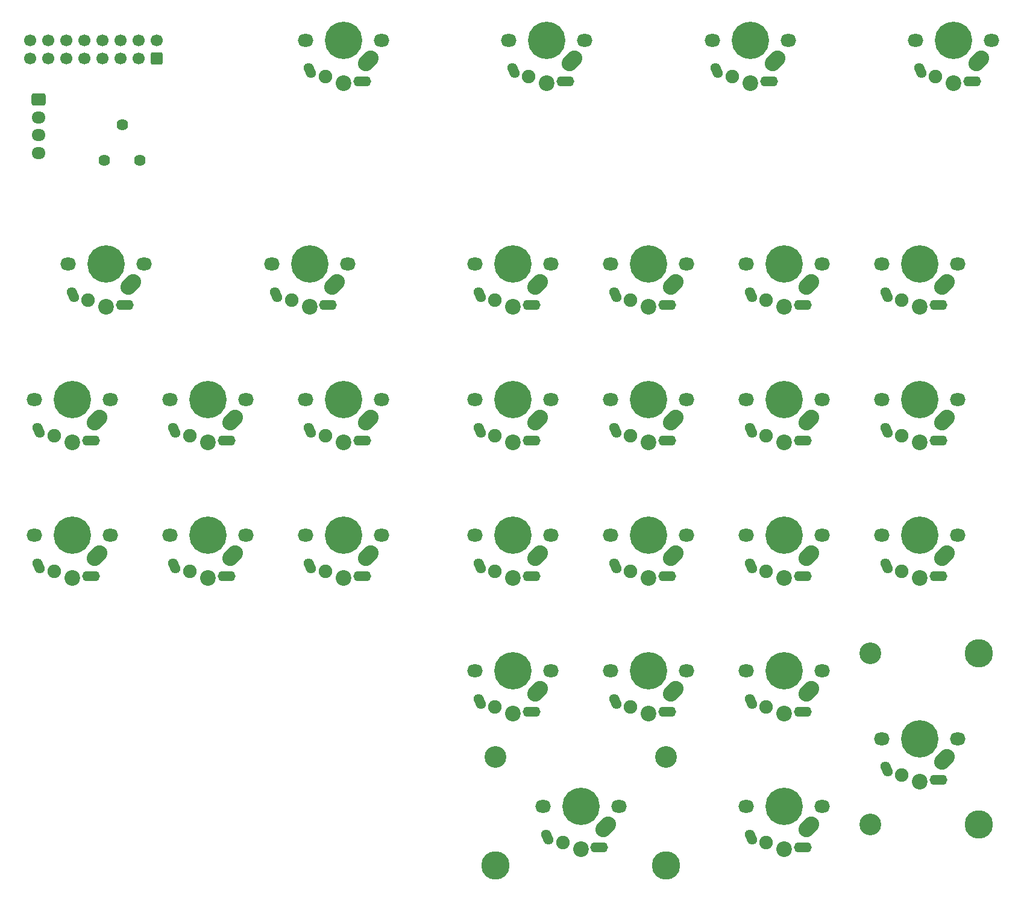
<source format=gbr>
%TF.GenerationSoftware,KiCad,Pcbnew,(7.0.0)*%
%TF.CreationDate,2023-04-09T14:25:35-07:00*%
%TF.ProjectId,SidecarXE85-keyboard,53696465-6361-4725-9845-38352d6b6579,rev?*%
%TF.SameCoordinates,Original*%
%TF.FileFunction,Soldermask,Bot*%
%TF.FilePolarity,Negative*%
%FSLAX46Y46*%
G04 Gerber Fmt 4.6, Leading zero omitted, Abs format (unit mm)*
G04 Created by KiCad (PCBNEW (7.0.0)) date 2023-04-09 14:25:35*
%MOMM*%
%LPD*%
G01*
G04 APERTURE LIST*
G04 Aperture macros list*
%AMRoundRect*
0 Rectangle with rounded corners*
0 $1 Rounding radius*
0 $2 $3 $4 $5 $6 $7 $8 $9 X,Y pos of 4 corners*
0 Add a 4 corners polygon primitive as box body*
4,1,4,$2,$3,$4,$5,$6,$7,$8,$9,$2,$3,0*
0 Add four circle primitives for the rounded corners*
1,1,$1+$1,$2,$3*
1,1,$1+$1,$4,$5*
1,1,$1+$1,$6,$7*
1,1,$1+$1,$8,$9*
0 Add four rect primitives between the rounded corners*
20,1,$1+$1,$2,$3,$4,$5,0*
20,1,$1+$1,$4,$5,$6,$7,0*
20,1,$1+$1,$6,$7,$8,$9,0*
20,1,$1+$1,$8,$9,$2,$3,0*%
%AMHorizOval*
0 Thick line with rounded ends*
0 $1 width*
0 $2 $3 position (X,Y) of the first rounded end (center of the circle)*
0 $4 $5 position (X,Y) of the second rounded end (center of the circle)*
0 Add line between two ends*
20,1,$1,$2,$3,$4,$5,0*
0 Add two circle primitives to create the rounded ends*
1,1,$1,$2,$3*
1,1,$1,$4,$5*%
G04 Aperture macros list end*
%ADD10O,2.200000X1.800000*%
%ADD11C,5.250000*%
%ADD12HorizOval,1.400000X-0.169047X0.362523X0.169047X-0.362523X0*%
%ADD13HorizOval,2.200000X-0.353553X-0.353553X0.353553X0.353553X0*%
%ADD14C,1.900000*%
%ADD15C,2.200000*%
%ADD16O,2.500000X1.400000*%
%ADD17C,3.048000*%
%ADD18C,3.987800*%
%ADD19C,1.620000*%
%ADD20RoundRect,0.250000X0.600000X-0.600000X0.600000X0.600000X-0.600000X0.600000X-0.600000X-0.600000X0*%
%ADD21C,1.700000*%
%ADD22RoundRect,0.250000X-0.725000X0.600000X-0.725000X-0.600000X0.725000X-0.600000X0.725000X0.600000X0*%
%ADD23O,1.950000X1.700000*%
G04 APERTURE END LIST*
D10*
%TO.C,SW8*%
X132782499Y-128904999D03*
D11*
X138112500Y-128905000D03*
D10*
X143442499Y-128904999D03*
D12*
X133412499Y-133154999D03*
D13*
X141612499Y-131774999D03*
D14*
X135572500Y-133985000D03*
D15*
X138112500Y-134905000D03*
D16*
X140712499Y-134654999D03*
%TD*%
D10*
%TO.C,SW5*%
X70869999Y-40304999D03*
D11*
X76200000Y-40305000D03*
D10*
X81529999Y-40304999D03*
D12*
X71499999Y-44554999D03*
D13*
X79699999Y-43174999D03*
D14*
X73660000Y-45385000D03*
D15*
X76200000Y-46305000D03*
D16*
X78799999Y-46054999D03*
%TD*%
D10*
%TO.C,SW23*%
X94682499Y-109854999D03*
D11*
X100012500Y-109855000D03*
D10*
X105342499Y-109854999D03*
D12*
X95312499Y-114104999D03*
D13*
X103512499Y-112724999D03*
D14*
X97472500Y-114935000D03*
D15*
X100012500Y-115855000D03*
D16*
X102612499Y-115604999D03*
%TD*%
D17*
%TO.C,SW4*%
X97537500Y-140970000D03*
D18*
X97537500Y-156210000D03*
D10*
X104207499Y-147954999D03*
D11*
X109537500Y-147955000D03*
D10*
X114867499Y-147954999D03*
D17*
X121537500Y-140970000D03*
D18*
X121537500Y-156210000D03*
D12*
X104837499Y-152204999D03*
D13*
X113037499Y-150824999D03*
D14*
X106997500Y-153035000D03*
D15*
X109537500Y-153955000D03*
D16*
X112137499Y-153704999D03*
%TD*%
D10*
%TO.C,SW11*%
X94682499Y-71754999D03*
D11*
X100012500Y-71755000D03*
D10*
X105342499Y-71754999D03*
D12*
X95312499Y-76004999D03*
D13*
X103512499Y-74624999D03*
D14*
X97472500Y-76835000D03*
D15*
X100012500Y-77755000D03*
D16*
X102612499Y-77504999D03*
%TD*%
D10*
%TO.C,SW27*%
X151832499Y-71754999D03*
D11*
X157162500Y-71755000D03*
D10*
X162492499Y-71754999D03*
D12*
X152462499Y-76004999D03*
D13*
X160662499Y-74624999D03*
D14*
X154622500Y-76835000D03*
D15*
X157162500Y-77755000D03*
D16*
X159762499Y-77504999D03*
%TD*%
D10*
%TO.C,SW18*%
X113732499Y-71754999D03*
D11*
X119062500Y-71755000D03*
D10*
X124392499Y-71754999D03*
D12*
X114362499Y-76004999D03*
D13*
X122562499Y-74624999D03*
D14*
X116522500Y-76835000D03*
D15*
X119062500Y-77755000D03*
D16*
X121662499Y-77504999D03*
%TD*%
D10*
%TO.C,SW30*%
X70869999Y-90804999D03*
D11*
X76200000Y-90805000D03*
D10*
X81529999Y-90804999D03*
D12*
X71499999Y-95054999D03*
D13*
X79699999Y-93674999D03*
D14*
X73660000Y-95885000D03*
D15*
X76200000Y-96805000D03*
D16*
X78799999Y-96554999D03*
%TD*%
D10*
%TO.C,SW6*%
X128019999Y-40304999D03*
D11*
X133350000Y-40305000D03*
D10*
X138679999Y-40304999D03*
D12*
X128649999Y-44554999D03*
D13*
X136849999Y-43174999D03*
D14*
X130810000Y-45385000D03*
D15*
X133350000Y-46305000D03*
D16*
X135949999Y-46054999D03*
%TD*%
D10*
%TO.C,SW9*%
X113732499Y-128904999D03*
D11*
X119062500Y-128905000D03*
D10*
X124392499Y-128904999D03*
D12*
X114362499Y-133154999D03*
D13*
X122562499Y-131774999D03*
D14*
X116522500Y-133985000D03*
D15*
X119062500Y-134905000D03*
D16*
X121662499Y-134654999D03*
%TD*%
D10*
%TO.C,SW16*%
X113732499Y-90804999D03*
D11*
X119062500Y-90805000D03*
D10*
X124392499Y-90804999D03*
D12*
X114362499Y-95054999D03*
D13*
X122562499Y-93674999D03*
D14*
X116522500Y-95885000D03*
D15*
X119062500Y-96805000D03*
D16*
X121662499Y-96554999D03*
%TD*%
D17*
%TO.C,SW2*%
X150177500Y-126430000D03*
X150177500Y-150430000D03*
D10*
X151832499Y-138429999D03*
D11*
X157162500Y-138430000D03*
D10*
X162492499Y-138429999D03*
D18*
X165417500Y-126430000D03*
X165417500Y-150430000D03*
D12*
X152462499Y-142679999D03*
D13*
X160662499Y-141299999D03*
D14*
X154622500Y-143510000D03*
D15*
X157162500Y-144430000D03*
D16*
X159762499Y-144179999D03*
%TD*%
D10*
%TO.C,SW15*%
X132782499Y-90804999D03*
D11*
X138112500Y-90805000D03*
D10*
X143442499Y-90804999D03*
D12*
X133412499Y-95054999D03*
D13*
X141612499Y-93674999D03*
D14*
X135572500Y-95885000D03*
D15*
X138112500Y-96805000D03*
D16*
X140712499Y-96554999D03*
%TD*%
D10*
%TO.C,SW3*%
X132782499Y-147954999D03*
D11*
X138112500Y-147955000D03*
D10*
X143442499Y-147954999D03*
D12*
X133412499Y-152204999D03*
D13*
X141612499Y-150824999D03*
D14*
X135572500Y-153035000D03*
D15*
X138112500Y-153955000D03*
D16*
X140712499Y-153704999D03*
%TD*%
D10*
%TO.C,SW13*%
X156594999Y-40304999D03*
D11*
X161925000Y-40305000D03*
D10*
X167254999Y-40304999D03*
D12*
X157224999Y-44554999D03*
D13*
X165424999Y-43174999D03*
D14*
X159385000Y-45385000D03*
D15*
X161925000Y-46305000D03*
D16*
X164524999Y-46054999D03*
%TD*%
D10*
%TO.C,SW29*%
X37532499Y-71754999D03*
D11*
X42862500Y-71755000D03*
D10*
X48192499Y-71754999D03*
D12*
X38162499Y-76004999D03*
D13*
X46362499Y-74624999D03*
D14*
X40322500Y-76835000D03*
D15*
X42862500Y-77755000D03*
D16*
X45462499Y-77504999D03*
%TD*%
D10*
%TO.C,SW24*%
X66107499Y-71754999D03*
D11*
X71437500Y-71755000D03*
D10*
X76767499Y-71754999D03*
D12*
X66737499Y-76004999D03*
D13*
X74937499Y-74624999D03*
D14*
X68897500Y-76835000D03*
D15*
X71437500Y-77755000D03*
D16*
X74037499Y-77504999D03*
%TD*%
D10*
%TO.C,SW26*%
X132782499Y-71754999D03*
D11*
X138112500Y-71755000D03*
D10*
X143442499Y-71754999D03*
D12*
X133412499Y-76004999D03*
D13*
X141612499Y-74624999D03*
D14*
X135572500Y-76835000D03*
D15*
X138112500Y-77755000D03*
D16*
X140712499Y-77504999D03*
%TD*%
D10*
%TO.C,SW20*%
X51819999Y-109854999D03*
D11*
X57150000Y-109855000D03*
D10*
X62479999Y-109854999D03*
D12*
X52449999Y-114104999D03*
D13*
X60649999Y-112724999D03*
D14*
X54610000Y-114935000D03*
D15*
X57150000Y-115855000D03*
D16*
X59749999Y-115604999D03*
%TD*%
D10*
%TO.C,SW17*%
X94682499Y-90804999D03*
D11*
X100012500Y-90805000D03*
D10*
X105342499Y-90804999D03*
D12*
X95312499Y-95054999D03*
D13*
X103512499Y-93674999D03*
D14*
X97472500Y-95885000D03*
D15*
X100012500Y-96805000D03*
D16*
X102612499Y-96554999D03*
%TD*%
D10*
%TO.C,SW21*%
X132782499Y-109854999D03*
D11*
X138112500Y-109855000D03*
D10*
X143442499Y-109854999D03*
D12*
X133412499Y-114104999D03*
D13*
X141612499Y-112724999D03*
D14*
X135572500Y-114935000D03*
D15*
X138112500Y-115855000D03*
D16*
X140712499Y-115604999D03*
%TD*%
D10*
%TO.C,SW7*%
X32769999Y-90804999D03*
D11*
X38100000Y-90805000D03*
D10*
X43429999Y-90804999D03*
D12*
X33399999Y-95054999D03*
D13*
X41599999Y-93674999D03*
D14*
X35560000Y-95885000D03*
D15*
X38100000Y-96805000D03*
D16*
X40699999Y-96554999D03*
%TD*%
D10*
%TO.C,SW22*%
X113732499Y-109854999D03*
D11*
X119062500Y-109855000D03*
D10*
X124392499Y-109854999D03*
D12*
X114362499Y-114104999D03*
D13*
X122562499Y-112724999D03*
D14*
X116522500Y-114935000D03*
D15*
X119062500Y-115855000D03*
D16*
X121662499Y-115604999D03*
%TD*%
D10*
%TO.C,SW25*%
X70869999Y-109854999D03*
D11*
X76200000Y-109855000D03*
D10*
X81529999Y-109854999D03*
D12*
X71499999Y-114104999D03*
D13*
X79699999Y-112724999D03*
D14*
X73660000Y-114935000D03*
D15*
X76200000Y-115855000D03*
D16*
X78799999Y-115604999D03*
%TD*%
D10*
%TO.C,SW12*%
X99444999Y-40304999D03*
D11*
X104775000Y-40305000D03*
D10*
X110104999Y-40304999D03*
D12*
X100074999Y-44554999D03*
D13*
X108274999Y-43174999D03*
D14*
X102235000Y-45385000D03*
D15*
X104775000Y-46305000D03*
D16*
X107374999Y-46054999D03*
%TD*%
D10*
%TO.C,SW19*%
X51819999Y-90804999D03*
D11*
X57150000Y-90805000D03*
D10*
X62479999Y-90804999D03*
D12*
X52449999Y-95054999D03*
D13*
X60649999Y-93674999D03*
D14*
X54610000Y-95885000D03*
D15*
X57150000Y-96805000D03*
D16*
X59749999Y-96554999D03*
%TD*%
D10*
%TO.C,SW1*%
X151832499Y-90804999D03*
D11*
X157162500Y-90805000D03*
D10*
X162492499Y-90804999D03*
D12*
X152462499Y-95054999D03*
D13*
X160662499Y-93674999D03*
D14*
X154622500Y-95885000D03*
D15*
X157162500Y-96805000D03*
D16*
X159762499Y-96554999D03*
%TD*%
D19*
%TO.C,RV1*%
X47625000Y-57150000D03*
X45125000Y-52150000D03*
X42625000Y-57150000D03*
%TD*%
D10*
%TO.C,SW28*%
X151832499Y-109854999D03*
D11*
X157162500Y-109855000D03*
D10*
X162492499Y-109854999D03*
D12*
X152462499Y-114104999D03*
D13*
X160662499Y-112724999D03*
D14*
X154622500Y-114935000D03*
D15*
X157162500Y-115855000D03*
D16*
X159762499Y-115604999D03*
%TD*%
D10*
%TO.C,SW10*%
X94682499Y-128904999D03*
D11*
X100012500Y-128905000D03*
D10*
X105342499Y-128904999D03*
D12*
X95312499Y-133154999D03*
D13*
X103512499Y-131774999D03*
D14*
X97472500Y-133985000D03*
D15*
X100012500Y-134905000D03*
D16*
X102612499Y-134654999D03*
%TD*%
D10*
%TO.C,SW14*%
X32769999Y-109854999D03*
D11*
X38100000Y-109855000D03*
D10*
X43429999Y-109854999D03*
D12*
X33399999Y-114104999D03*
D13*
X41599999Y-112724999D03*
D14*
X35560000Y-114935000D03*
D15*
X38100000Y-115855000D03*
D16*
X40699999Y-115604999D03*
%TD*%
D20*
%TO.C,J2*%
X50006250Y-42862500D03*
D21*
X50006250Y-40322500D03*
X47466250Y-42862500D03*
X47466250Y-40322500D03*
X44926250Y-42862500D03*
X44926250Y-40322500D03*
X42386250Y-42862500D03*
X42386250Y-40322500D03*
X39846250Y-42862500D03*
X39846250Y-40322500D03*
X37306250Y-42862500D03*
X37306250Y-40322500D03*
X34766250Y-42862500D03*
X34766250Y-40322500D03*
X32226250Y-42862500D03*
X32226250Y-40322500D03*
%TD*%
D22*
%TO.C,J3*%
X33337500Y-48637500D03*
D23*
X33337499Y-51137499D03*
X33337499Y-53637499D03*
X33337499Y-56137499D03*
%TD*%
M02*

</source>
